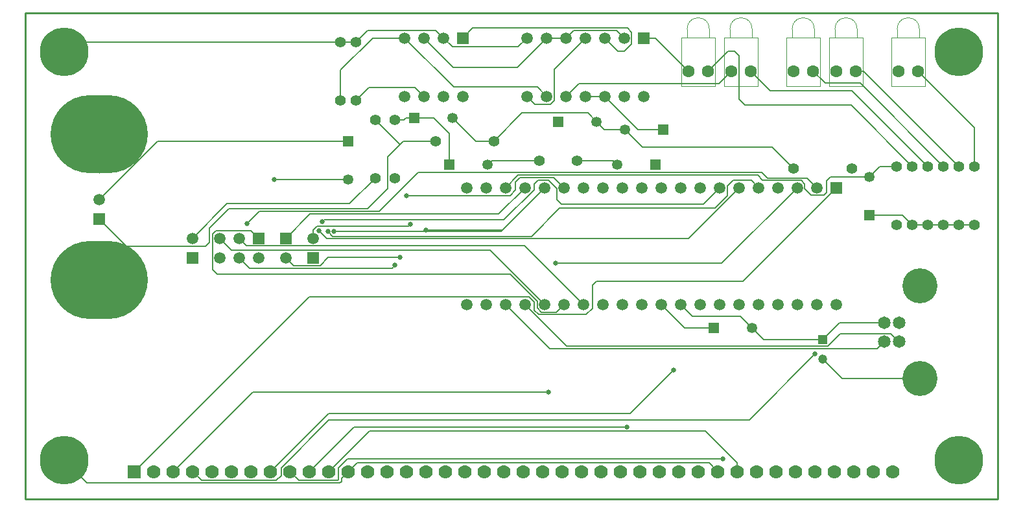
<source format=gtl>
%FSLAX23Y23*%
%MOIN*%
G70*
G01*
G75*
G04 Layer_Physical_Order=1*
%ADD10C,0.006*%
%ADD11C,0.010*%
%ADD12C,0.001*%
%ADD13C,0.001*%
%ADD14C,0.250*%
%ADD15C,0.055*%
%ADD16R,0.053X0.053*%
%ADD17C,0.053*%
%ADD18C,0.059*%
%ADD19R,0.059X0.059*%
%ADD20C,0.070*%
%ADD21C,0.059*%
%ADD22R,0.059X0.059*%
%ADD23C,0.065*%
%ADD24C,0.180*%
%ADD25C,0.047*%
%ADD26R,0.047X0.047*%
%ADD27O,0.500X0.400*%
%ADD28R,0.070X0.070*%
%ADD29C,0.063*%
%ADD30C,0.025*%
D10*
X2568Y1302D02*
X2870Y1000D01*
X1100Y1340D02*
X1138Y1302D01*
X2730Y960D02*
X2770Y1000D01*
X1161Y1379D02*
X1200Y1340D01*
X2391Y1279D02*
X2670Y1000D01*
X1000Y1340D02*
X1061Y1279D01*
X2434Y1464D02*
X2570Y1600D01*
X1340Y1340D02*
X1464Y1464D01*
X2453Y1383D02*
X2670Y1600D01*
X2446Y1376D02*
X2453Y1383D01*
X2060D02*
X2453D01*
X2060Y1376D02*
X2446D01*
X1587D02*
X2060D01*
X2718Y1652D02*
X2770Y1600D01*
X1960Y1560D02*
X2492D01*
X4510Y1460D02*
X4560Y1410D01*
X4800D02*
X4880D01*
X4720D02*
X4800D01*
X4640D02*
X4720D01*
X4560D02*
X4640D01*
X4340Y1460D02*
X4510D01*
X4200Y620D02*
X4600D01*
X4100Y720D02*
X4200Y620D01*
X3390Y880D02*
X3540D01*
X3270Y1000D02*
X3390Y880D01*
X3515Y185D02*
X3560Y140D01*
X2534Y2324D02*
X2580Y2370D01*
X2111Y2409D02*
X2150Y2370D01*
X2196Y2324D01*
X2880Y2070D02*
X2980D01*
X2000Y1960D02*
X2100D01*
X1955D02*
X2000D01*
X1700Y2350D02*
X1759Y2409D01*
X1620Y2350D02*
X1700D01*
X200D02*
X1620D01*
X200Y2300D02*
Y2350D01*
X3150Y1900D02*
X3280D01*
X2980Y2070D02*
X3150Y1900D01*
X1900Y1950D02*
X1945D01*
X2180Y1720D02*
Y1880D01*
X200Y200D02*
X318Y82D01*
X1660Y140D02*
X1705Y185D01*
X1626Y106D02*
X1660Y140D01*
X3840Y1810D02*
X3950Y1700D01*
X3370Y1000D02*
X3431Y939D01*
X4186Y906D02*
X4415D01*
X3678Y939D02*
X3737Y880D01*
X3797Y820D01*
X4100D02*
X4186Y906D01*
X3797Y820D02*
X4100D01*
X3660Y140D02*
Y184D01*
X2977Y1900D02*
X3083D01*
X2893Y1984D02*
X2937Y1940D01*
X2977Y1900D01*
X3083D02*
X3173Y1810D01*
X2410Y1840D02*
X2554Y1984D01*
X2197Y1960D02*
X2317Y1840D01*
X2410D01*
X1560Y140D02*
X1769Y349D01*
X1690Y370D02*
X3094D01*
X1460Y140D02*
X1690Y370D01*
X1656Y206D02*
X3585D01*
X1360Y140D02*
X1405Y95D01*
X3110Y440D02*
X3332Y662D01*
X1260Y140D02*
X1560Y440D01*
X3487Y1517D02*
X3570Y1600D01*
X1525Y1424D02*
X1535Y1434D01*
X3409Y1339D02*
X3670Y1600D01*
X1509Y1380D02*
X1550Y1339D01*
X3732Y1638D02*
X3770Y1600D01*
X1556Y1375D02*
X1581Y1350D01*
X3723Y406D02*
X4061Y744D01*
X860Y140D02*
X905Y95D01*
X3581Y1211D02*
X3970Y1600D01*
X2725Y1211D02*
X3581D01*
X1170Y550D02*
X2691D01*
X760Y140D02*
X1170Y550D01*
X4021Y1649D02*
X4070Y1600D01*
X1140Y1416D02*
X1202Y1478D01*
X3690Y1120D02*
X4170Y1600D01*
X560Y140D02*
X1460Y1040D01*
X2720Y2210D02*
X2880Y2370D01*
X2580Y2070D02*
X2620Y2030D01*
X1668Y1518D02*
X1800Y1650D01*
X860Y1340D02*
X1038Y1518D01*
X1800Y1950D02*
X1927Y1823D01*
X1944Y1840D02*
X2110D01*
X1927Y1823D02*
X1944Y1840D01*
X1863Y1759D02*
X1927Y1823D01*
X380Y1440D02*
X520Y1300D01*
X1786Y2370D02*
X1950D01*
X2632Y2118D02*
X2680Y2070D01*
X1950Y2370D02*
X2202Y2118D01*
X1620Y2050D02*
Y2204D01*
X3040Y2410D02*
X3080Y2370D01*
X2780D02*
X2820Y2410D01*
X2680Y2370D02*
X2780D01*
X2530Y2220D02*
X2680Y2370D01*
X2050D02*
X2200Y2220D01*
X1885Y1187D02*
X1900Y1202D01*
X1100Y1240D02*
X1153Y1187D01*
X2250Y2370D02*
X2301Y2421D01*
X2980Y2370D02*
X3048Y2302D01*
X4451Y850D02*
X4493Y808D01*
X2570Y1000D02*
X2784Y786D01*
X4380Y773D02*
X4415Y808D01*
X2470Y1000D02*
X2697Y773D01*
X4251Y2099D02*
X4640Y1710D01*
X3730Y2200D02*
X3831Y2099D01*
X3565Y2135D02*
X3630Y2200D01*
X2780Y2070D02*
X2845Y2135D01*
X4246Y2024D02*
X4560Y1710D01*
X3510Y2200D02*
X3612Y2302D01*
X3240Y2370D02*
X3410Y2200D01*
X3180Y2370D02*
X3240D01*
X4880Y1710D02*
Y1910D01*
X4590Y2200D02*
X4880Y1910D01*
X4292Y2138D02*
X4720Y1710D01*
X4050Y2200D02*
X4112Y2138D01*
X1970Y1402D02*
X1981Y1413D01*
X1480Y1340D02*
Y1382D01*
X4310Y2200D02*
X4800Y1710D01*
X4270Y2200D02*
X4310D01*
X1558Y1241D02*
X1928D01*
X1340Y1240D02*
X1380Y1200D01*
X1281Y1643D02*
X1660D01*
X2004Y2116D02*
X2050Y2070D01*
X1700Y2050D02*
X1766Y2116D01*
X680Y1840D02*
X1660D01*
X548Y1707D02*
X680Y1840D01*
X380Y1540D02*
X548Y1707D01*
X4393Y1710D02*
X4480D01*
X4340Y1657D02*
X4393Y1710D01*
X4140Y1657D02*
X4340D01*
X2470Y1600D02*
X2534Y1664D01*
X2397Y1740D02*
X2644D01*
X2377Y1720D02*
X2397Y1740D01*
X3023D02*
X3043Y1720D01*
X2836Y1740D02*
X3023D01*
X2196Y2324D02*
X2534D01*
X2554Y1984D02*
X2893D01*
X1769Y349D02*
X3495D01*
X3660Y184D01*
X1405Y95D02*
X1605D01*
X1610Y100D01*
Y160D01*
X1656Y206D01*
X1560Y440D02*
X3110D01*
X1550Y1339D02*
X3409D01*
X1581Y1350D02*
X2602D01*
X2748Y1496D01*
X3546D01*
X3610Y1560D01*
Y1608D01*
X3640Y1638D01*
X3732D01*
X905Y95D02*
X1290D01*
X1315Y120D01*
Y160D01*
X1561Y406D01*
X3723D01*
X1460Y1040D02*
X2590D01*
X2618Y1012D01*
Y970D02*
Y1012D01*
Y970D02*
X2640Y948D01*
X2883D01*
X2915Y980D01*
Y1100D01*
X2935Y1120D01*
X3690D01*
X2697Y773D02*
X4380D01*
X4112Y2138D02*
X4292D01*
X1500Y1402D02*
X1970D01*
X1480Y1382D02*
X1500Y1402D01*
X1380Y1200D02*
X1517D01*
X1558Y1241D01*
X1766Y2116D02*
X2004D01*
X1153Y1187D02*
X1885D01*
X1138Y1302D02*
X2568D01*
X1061Y1279D02*
X2391D01*
X2755Y1517D02*
X3487D01*
X2732Y1540D02*
X2755Y1517D01*
X2732Y1540D02*
Y1597D01*
X2689Y1640D02*
X2732Y1597D01*
X2636Y1640D02*
X2689D01*
X2616Y1620D02*
X2636Y1640D01*
X2616Y1590D02*
Y1620D01*
X2460Y1434D02*
X2616Y1590D01*
X1535Y1434D02*
X2460D01*
X2100Y1960D02*
X2180Y1880D01*
X2534Y1664D02*
X3765D01*
X3791Y1638D01*
X3990D01*
X4008Y1620D01*
Y1594D02*
Y1620D01*
Y1594D02*
X4040Y1562D01*
X4108D01*
X4120Y1574D01*
Y1637D01*
X4140Y1657D01*
X1863Y1595D02*
Y1759D01*
X1759Y1491D02*
X1863Y1595D01*
X1045Y1491D02*
X1759D01*
X947Y1393D02*
X1045Y1491D01*
X947Y1320D02*
Y1393D01*
X927Y1300D02*
X947Y1320D01*
X520Y1300D02*
X927D01*
X980Y1379D02*
X1161D01*
X962Y1361D02*
X980Y1379D01*
X962Y1180D02*
Y1361D01*
Y1180D02*
X987Y1155D01*
X2493D01*
X2632Y1016D01*
Y982D02*
Y1016D01*
Y982D02*
X2654Y960D01*
X2730D01*
X2492Y1560D02*
X2520Y1588D01*
Y1629D01*
X2543Y1652D01*
X2718D01*
X1202Y1478D02*
X1819D01*
X2021Y1680D01*
X3785D01*
X3816Y1649D01*
X4021D01*
X1464Y1464D02*
X2434D01*
X1626Y90D02*
Y106D01*
X1618Y82D02*
X1626Y90D01*
X318Y82D02*
X1618D01*
X1705Y185D02*
X3515D01*
X3173Y1810D02*
X3840D01*
X4189Y850D02*
X4451D01*
X4125Y786D02*
X4189Y850D01*
X2784Y786D02*
X4125D01*
X1038Y1518D02*
X1668D01*
X2301Y2421D02*
X3097D01*
X3118Y2400D01*
Y2340D02*
Y2400D01*
X3080Y2302D02*
X3118Y2340D01*
X3048Y2302D02*
X3080D01*
X2620Y2030D02*
X2700D01*
X2720Y2050D01*
Y2210D01*
X1620Y2204D02*
X1786Y2370D01*
X3831Y2099D02*
X4251D01*
X2845Y2135D02*
X3565D01*
X3612Y2302D02*
X3648D01*
X3670Y2280D01*
Y2054D02*
Y2280D01*
Y2054D02*
X3700Y2024D01*
X4246D01*
X2202Y2118D02*
X2632D01*
X3431Y939D02*
X3678D01*
X1759Y2409D02*
X2111D01*
X2200Y2220D02*
X2530D01*
X2820Y2410D02*
X3040D01*
X1945Y1950D02*
X1955Y1960D01*
D11*
X380Y1680D02*
Y1875D01*
X0Y2500D02*
X5000D01*
Y0D02*
Y2500D01*
X0Y0D02*
X5000D01*
X0D02*
Y2500D01*
D12*
X4277Y2417D02*
G03*
X4163Y2417I-57J0D01*
G01*
X4057D02*
G03*
X3943Y2417I-57J0D01*
G01*
X4597D02*
G03*
X4483Y2417I-57J0D01*
G01*
X3517D02*
G03*
X3403Y2417I-57J0D01*
G01*
X3737D02*
G03*
X3623Y2417I-57J0D01*
G01*
D13*
X4133Y2121D02*
X4307D01*
Y2373D01*
X4133D02*
X4307D01*
X4133Y2121D02*
Y2373D01*
X4163D02*
Y2417D01*
X4277Y2373D02*
Y2417D01*
X3913Y2121D02*
X4087D01*
Y2373D01*
X3913D02*
X4087D01*
X3913Y2121D02*
Y2373D01*
X3943D02*
Y2417D01*
X4057Y2373D02*
Y2417D01*
X4453Y2121D02*
X4627D01*
Y2373D01*
X4453D02*
X4627D01*
X4453Y2121D02*
Y2373D01*
X4483D02*
Y2417D01*
X4597Y2373D02*
Y2417D01*
X3373Y2121D02*
X3547D01*
Y2373D01*
X3373D02*
X3547D01*
X3373Y2121D02*
Y2373D01*
X3403D02*
Y2417D01*
X3517Y2373D02*
Y2417D01*
X3593Y2121D02*
X3767D01*
Y2373D01*
X3593D02*
X3767D01*
X3593Y2121D02*
Y2373D01*
X3623D02*
Y2417D01*
X3737Y2373D02*
Y2417D01*
D14*
X200Y200D02*
D03*
Y2300D02*
D03*
X4800Y200D02*
D03*
Y2300D02*
D03*
D15*
X2410Y1840D02*
D03*
X2110D02*
D03*
X1620Y2350D02*
D03*
Y2050D02*
D03*
X1700D02*
D03*
Y2350D02*
D03*
X2836Y1740D02*
D03*
X2644D02*
D03*
X4480Y1710D02*
D03*
X4800D02*
D03*
X4720D02*
D03*
X4880D02*
D03*
X4560D02*
D03*
X4640D02*
D03*
X4480Y1410D02*
D03*
X1900Y1650D02*
D03*
X1800Y1950D02*
D03*
Y1650D02*
D03*
X4250Y1700D02*
D03*
X3950D02*
D03*
X4800Y1410D02*
D03*
X4720D02*
D03*
X1900Y1950D02*
D03*
X4880Y1410D02*
D03*
X4560D02*
D03*
X4640D02*
D03*
D16*
X3280Y1900D02*
D03*
X3540Y880D02*
D03*
X1660Y1840D02*
D03*
X3240Y1720D02*
D03*
X2180D02*
D03*
X4340Y1460D02*
D03*
X2740Y1940D02*
D03*
X2000Y1960D02*
D03*
D17*
X3083Y1900D02*
D03*
X3737Y880D02*
D03*
X3043Y1720D02*
D03*
X2377D02*
D03*
X4340Y1657D02*
D03*
X1660Y1643D02*
D03*
X2937Y1940D02*
D03*
X2197Y1960D02*
D03*
D18*
X2980Y2070D02*
D03*
X2880D02*
D03*
X2580Y2370D02*
D03*
X3180Y2070D02*
D03*
X2580D02*
D03*
X2880Y2370D02*
D03*
X2680Y2070D02*
D03*
Y2370D02*
D03*
X2780D02*
D03*
X3080D02*
D03*
X2980D02*
D03*
X2780Y2070D02*
D03*
X3080D02*
D03*
X2970Y1600D02*
D03*
X2870D02*
D03*
X2470D02*
D03*
Y1000D02*
D03*
X2570D02*
D03*
X4070Y1600D02*
D03*
X3970D02*
D03*
X3870D02*
D03*
X3770D02*
D03*
X3670D02*
D03*
X3570D02*
D03*
X3470D02*
D03*
X3370D02*
D03*
X3270D02*
D03*
X3170D02*
D03*
X3370Y1000D02*
D03*
X3070Y1600D02*
D03*
X3270Y1000D02*
D03*
X2770Y1600D02*
D03*
X2670D02*
D03*
X2570D02*
D03*
X2370D02*
D03*
X2270D02*
D03*
Y1000D02*
D03*
X2370D02*
D03*
X2670D02*
D03*
X2770D02*
D03*
X2870D02*
D03*
X2970D02*
D03*
X3070D02*
D03*
X3170D02*
D03*
X3470D02*
D03*
X3570D02*
D03*
X3670D02*
D03*
X3770D02*
D03*
X3870D02*
D03*
X3970D02*
D03*
X4070D02*
D03*
X4170D02*
D03*
X2150Y2370D02*
D03*
X2050D02*
D03*
X1950D02*
D03*
X2250Y2070D02*
D03*
X2150D02*
D03*
X2050D02*
D03*
X1950D02*
D03*
D19*
X3180Y2370D02*
D03*
X4170Y1600D02*
D03*
X2250Y2370D02*
D03*
D20*
X1860Y140D02*
D03*
X1760D02*
D03*
X4460D02*
D03*
X4360D02*
D03*
X4260D02*
D03*
X4160D02*
D03*
X4060D02*
D03*
X3960D02*
D03*
X3860D02*
D03*
X3760D02*
D03*
X3660D02*
D03*
X3560D02*
D03*
X3460D02*
D03*
X3360D02*
D03*
X3260D02*
D03*
X3160D02*
D03*
X3060D02*
D03*
X2960D02*
D03*
X2860D02*
D03*
X2760D02*
D03*
X2660D02*
D03*
X2560D02*
D03*
X2460D02*
D03*
X2360D02*
D03*
X2260D02*
D03*
X2160D02*
D03*
X2060D02*
D03*
X1960D02*
D03*
X1660D02*
D03*
X1560D02*
D03*
X1460D02*
D03*
X1360D02*
D03*
X1260D02*
D03*
X1160D02*
D03*
X1060D02*
D03*
X960D02*
D03*
X860D02*
D03*
X760D02*
D03*
X660D02*
D03*
D21*
X1000Y1240D02*
D03*
Y1340D02*
D03*
X1100Y1240D02*
D03*
Y1340D02*
D03*
X1200Y1240D02*
D03*
X860Y1340D02*
D03*
X1340Y1240D02*
D03*
X1480Y1340D02*
D03*
X380Y1540D02*
D03*
D22*
X1200Y1340D02*
D03*
X860Y1240D02*
D03*
X1340Y1340D02*
D03*
X1480Y1240D02*
D03*
X380Y1440D02*
D03*
D23*
X4493Y906D02*
D03*
X4415Y906D02*
D03*
Y808D02*
D03*
X4493D02*
D03*
D24*
X4600Y1094D02*
D03*
Y620D02*
D03*
D25*
X4100Y720D02*
D03*
D26*
Y820D02*
D03*
D27*
X380Y1125D02*
D03*
Y1875D02*
D03*
D28*
X560Y140D02*
D03*
D29*
X4170Y2200D02*
D03*
X4270D02*
D03*
X3950D02*
D03*
X4050D02*
D03*
X4590D02*
D03*
X3410D02*
D03*
X3510D02*
D03*
X3630D02*
D03*
X3730D02*
D03*
X4490D02*
D03*
D30*
X1587Y1376D02*
D03*
X3585Y206D02*
D03*
X3332Y662D02*
D03*
X1509Y1380D02*
D03*
X1556Y1375D02*
D03*
X4061Y744D02*
D03*
X2725Y1211D02*
D03*
X2691Y550D02*
D03*
X1981Y1413D02*
D03*
X1928Y1241D02*
D03*
X1281Y1643D02*
D03*
X1900Y1202D02*
D03*
X1525Y1424D02*
D03*
X1960Y1560D02*
D03*
X1140Y1416D02*
D03*
X2060Y1383D02*
D03*
X3094Y370D02*
D03*
M02*

</source>
